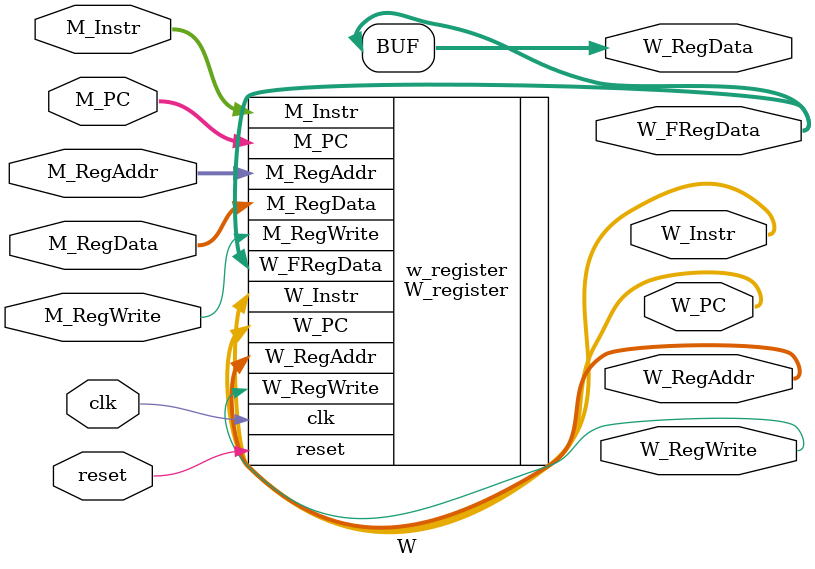
<source format=v>
`timescale 1ns / 1ps
module W (
    input clk,
    input reset,
    //M级信息
    input [31:0] M_Instr,
    input [31:0] M_PC,
    input [31:0] M_RegData,
    input [4:0] M_RegAddr,
    input M_RegWrite,
    //输出信息
    output [31:0] W_Instr,
    output [31:0] W_PC,
    output [31:0] W_RegData,
    output [31:0] W_FRegData,
    output [4:0] W_RegAddr,
    output W_RegWrite);
  
  //声明部分

  //数据通路
  W_register w_register(.clk(clk),
                        .reset(reset),
                        .M_Instr(M_Instr),
                        .M_PC(M_PC),
                        .M_RegData(M_RegData),
                        .M_RegAddr(M_RegAddr),
                        .M_RegWrite(M_RegWrite),
                        .W_Instr(W_Instr),
                        .W_PC(W_PC),
                        .W_FRegData(W_FRegData),
                        .W_RegAddr(W_RegAddr),
                        .W_RegWrite(W_RegWrite));

  assign W_RegData = W_FRegData;                      

                      
  //控制部分
     
endmodule
</source>
